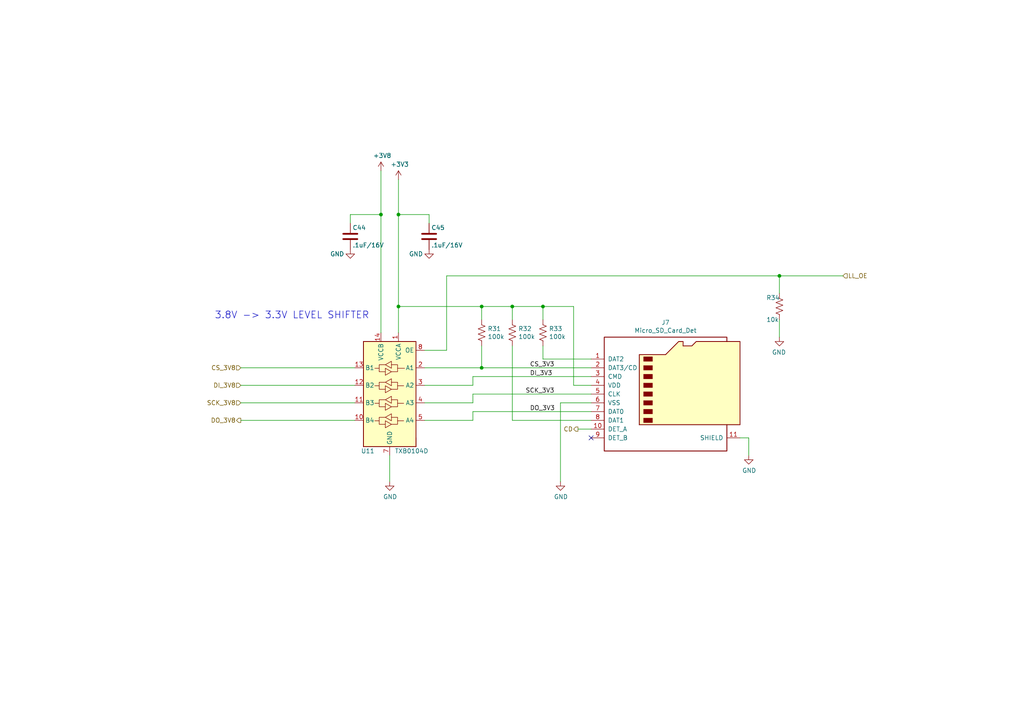
<source format=kicad_sch>
(kicad_sch (version 20231120) (generator "eeschema") (generator_version "8.0")
  (paper "A4")
  (title_block (title "RCP SD CARD INTERFACE"))
  (lib_symbols
    (symbol "Connector:Micro_SD_Card_Det" (pin_names (offset 1.016))
      (property "Reference" "J" (at -16.51 17.78 0))
      (property "Value" "Micro_SD_Card_Det" (at 16.51 17.78 0))
      (symbol "Micro_SD_Card_Det_0_1"
        (rectangle (start -7.62 -6.985) (end -5.08 -8.255) (fill (type outline)))
        (rectangle (start -7.62 -4.445) (end -5.08 -5.715) (fill (type outline)))
        (rectangle (start -7.62 -1.905) (end -5.08 -3.175) (fill (type outline)))
        (rectangle (start -7.62 0.635) (end -5.08 -0.635) (fill (type outline)))
        (rectangle (start -7.62 3.175) (end -5.08 1.905) (fill (type outline)))
        (rectangle (start -7.62 5.715) (end -5.08 4.445) (fill (type outline)))
        (rectangle (start -7.62 8.255) (end -5.08 6.985) (fill (type outline)))
        (rectangle (start -7.62 10.795) (end -5.08 9.525) (fill (type outline)))
        (polyline (pts (xy 16.51 15.24) (xy 16.51 16.51) (xy -19.05 16.51) (xy -19.05 -16.51) (xy 16.51 -16.51) (xy 16.51 -8.89)) (stroke (width 0.254)))
        (polyline (pts (xy -8.89 -8.89) (xy -8.89 11.43) (xy -1.27 11.43) (xy 2.54 15.24) (xy 3.81 15.24) (xy 3.81 13.97) (xy 6.35 13.97) (xy 7.62 15.24) (xy 20.32 15.24) (xy 20.32 -8.89) (xy -8.89 -8.89)) (stroke (width 0.254)) (fill (type background)))
      )
      (symbol "Micro_SD_Card_Det_1_1"
        (pin bidirectional line (at -22.86 10.16 0) (length 3.81) (name "DAT2") (number "1"))
        (pin passive line (at -22.86 -10.16 0) (length 3.81) (name "DET_A") (number "10"))
        (pin passive line (at 20.32 -12.7 180) (length 3.81) (name "SHIELD") (number "11"))
        (pin bidirectional line (at -22.86 7.62 0) (length 3.81) (name "DAT3/CD") (number "2"))
        (pin input line (at -22.86 5.08 0) (length 3.81) (name "CMD") (number "3"))
        (pin power_in line (at -22.86 2.54 0) (length 3.81) (name "VDD") (number "4"))
        (pin input line (at -22.86 0 0) (length 3.81) (name "CLK") (number "5"))
        (pin power_in line (at -22.86 -2.54 0) (length 3.81) (name "VSS") (number "6"))
        (pin bidirectional line (at -22.86 -5.08 0) (length 3.81) (name "DAT0") (number "7"))
        (pin bidirectional line (at -22.86 -7.62 0) (length 3.81) (name "DAT1") (number "8"))
        (pin passive line (at -22.86 -12.7 0) (length 3.81) (name "DET_B") (number "9"))
      )
    )
    (symbol "Device:C" (pin_numbers hide) (pin_names (offset 0.254))
      (property "Reference" "C" (at 0.635 2.54 0))
      (property "Value" "C" (at 0.635 -2.54 0))
      (symbol "C_0_1"
        (polyline (pts (xy -2.032 -0.762) (xy 2.032 -0.762)) (stroke (width 0.508)))
        (polyline (pts (xy -2.032 0.762) (xy 2.032 0.762)) (stroke (width 0.508)))
      )
      (symbol "C_1_1"
        (pin passive line (at 0 3.81 270) (length 2.794) (name "~") (number "1"))
        (pin passive line (at 0 -3.81 90) (length 2.794) (name "~") (number "2"))
      )
    )
    (symbol "Device:R_US" (pin_numbers hide) (pin_names (offset 0))
      (property "Reference" "R" (at 2.54 0 90))
      (property "Value" "R_US" (at -2.54 0 90))
      (symbol "R_US_0_1"
        (polyline (pts (xy 0 -2.286) (xy 0 -2.54)))
        (polyline (pts (xy 0 2.286) (xy 0 2.54)))
        (polyline (pts (xy 0 -0.762) (xy 1.016 -1.143) (xy 0 -1.524) (xy -1.016 -1.905) (xy 0 -2.286)))
        (polyline (pts (xy 0 0.762) (xy 1.016 0.381) (xy 0 0) (xy -1.016 -0.381) (xy 0 -0.762)))
        (polyline (pts (xy 0 2.286) (xy 1.016 1.905) (xy 0 1.524) (xy -1.016 1.143) (xy 0 0.762)))
      )
      (symbol "R_US_1_1"
        (pin passive line (at 0 3.81 270) (length 1.27) (name "~") (number "1"))
        (pin passive line (at 0 -3.81 90) (length 1.27) (name "~") (number "2"))
      )
    )
    (symbol "Logic_LevelTranslator:TXB0104D"
      (property "Reference" "U" (at -6.35 16.51 0))
      (property "Value" "TXB0104D" (at 3.81 16.51 0))
      (symbol "TXB0104D_0_1"
        (rectangle (start -7.62 -15.24) (end -7.62 -12.7) (stroke (width 0.254)))
        (rectangle (start -7.62 15.24) (end 7.62 -15.24) (stroke (width 0.254)) (fill (type background)))
        (polyline (pts (xy -2.286 -7.747) (xy -2.286 -6.731) (xy -0.508 -6.731)))
        (polyline (pts (xy -2.286 -2.667) (xy -2.286 -1.651) (xy -0.508 -1.651)))
        (polyline (pts (xy -2.286 2.413) (xy -2.286 3.429) (xy -0.508 3.429)))
        (polyline (pts (xy -2.286 7.493) (xy -2.286 8.509) (xy -0.508 8.509)))
        (polyline (pts (xy 3.048 -7.747) (xy 3.048 -8.763) (xy 1.27 -8.763)))
        (polyline (pts (xy 3.048 -2.667) (xy 3.048 -3.683) (xy 1.27 -3.683)))
        (polyline (pts (xy 3.048 2.413) (xy 3.048 1.397) (xy 1.27 1.397)))
        (polyline (pts (xy 3.048 7.493) (xy 3.048 6.477) (xy 1.27 6.477)))
        (polyline (pts (xy -0.508 -8.763) (xy -2.286 -8.763) (xy -2.286 -7.747) (xy -4.064 -7.747)))
        (polyline (pts (xy -0.508 -8.763) (xy 1.27 -7.747) (xy 1.27 -9.779) (xy -0.508 -8.763)))
        (polyline (pts (xy -0.508 -3.683) (xy -2.286 -3.683) (xy -2.286 -2.667) (xy -4.064 -2.667)))
        (polyline (pts (xy -0.508 -3.683) (xy 1.27 -2.667) (xy 1.27 -4.699) (xy -0.508 -3.683)))
        (polyline (pts (xy -0.508 1.397) (xy -2.286 1.397) (xy -2.286 2.413) (xy -4.064 2.413)))
        (polyline (pts (xy -0.508 1.397) (xy 1.27 2.413) (xy 1.27 0.381) (xy -0.508 1.397)))
        (polyline (pts (xy -0.508 6.477) (xy -2.286 6.477) (xy -2.286 7.493) (xy -4.318 7.493)))
        (polyline (pts (xy -0.508 6.477) (xy 1.27 7.493) (xy 1.27 5.461) (xy -0.508 6.477)))
        (polyline (pts (xy 1.27 -6.731) (xy -0.508 -7.747) (xy -0.508 -5.715) (xy 1.27 -6.731)))
        (polyline (pts (xy 1.27 -6.731) (xy 3.048 -6.731) (xy 3.048 -7.747) (xy 4.318 -7.747)))
        (polyline (pts (xy 1.27 -1.651) (xy -0.508 -2.667) (xy -0.508 -0.635) (xy 1.27 -1.651)))
        (polyline (pts (xy 1.27 -1.651) (xy 3.048 -1.651) (xy 3.048 -2.667) (xy 4.318 -2.667)))
        (polyline (pts (xy 1.27 3.429) (xy -0.508 2.413) (xy -0.508 4.445) (xy 1.27 3.429)))
        (polyline (pts (xy 1.27 3.429) (xy 3.048 3.429) (xy 3.048 2.413) (xy 4.318 2.413)))
        (polyline (pts (xy 1.27 8.509) (xy -0.508 7.493) (xy -0.508 9.525) (xy 1.27 8.509)))
        (polyline (pts (xy 1.27 8.509) (xy 3.048 8.509) (xy 3.048 7.493) (xy 4.318 7.493)))
      )
      (symbol "TXB0104D_1_1"
        (pin power_in line (at -2.54 17.78 270) (length 2.54) (name "VCCA") (number "1"))
        (pin bidirectional line (at 10.16 -7.62 180) (length 2.54) (name "B4") (number "10"))
        (pin bidirectional line (at 10.16 -2.54 180) (length 2.54) (name "B3") (number "11"))
        (pin bidirectional line (at 10.16 2.54 180) (length 2.54) (name "B2") (number "12"))
        (pin bidirectional line (at 10.16 7.62 180) (length 2.54) (name "B1") (number "13"))
        (pin power_in line (at 2.54 17.78 270) (length 2.54) (name "VCCB") (number "14"))
        (pin bidirectional line (at -10.16 7.62 0) (length 2.54) (name "A1") (number "2"))
        (pin bidirectional line (at -10.16 2.54 0) (length 2.54) (name "A2") (number "3"))
        (pin bidirectional line (at -10.16 -2.54 0) (length 2.54) (name "A3") (number "4"))
        (pin bidirectional line (at -10.16 -7.62 0) (length 2.54) (name "A4") (number "5"))
        (pin no_connect line (at -10.16 -12.7 0) (length 2.54) hide (name "NC") (number "6"))
        (pin power_in line (at 0 -17.78 90) (length 2.54) (name "GND") (number "7"))
        (pin input line (at -10.16 12.7 0) (length 2.54) (name "OE") (number "8"))
        (pin no_connect line (at 10.16 -12.7 180) (length 2.54) hide (name "NC") (number "9"))
      )
    )
    (symbol "power:+3V3" (power) (pin_names (offset 0))
      (property "Value" "+3V3" (at 0 3.556 0))
      (symbol "+3V3_0_1"
        (polyline (pts (xy -0.762 1.27) (xy 0 2.54)))
        (polyline (pts (xy 0 0) (xy 0 2.54)))
        (polyline (pts (xy 0 2.54) (xy 0.762 1.27)))
      )
      (symbol "+3V3_1_1"
        (pin power_in line (at 0 0 90) (length 0) hide (name "+3V3") (number "1"))
      )
    )
    (symbol "power:+3V8" (power) (pin_names (offset 0))
      (property "Value" "+3V8" (at 0 3.556 0))
      (symbol "+3V8_0_1"
        (polyline (pts (xy -0.762 1.27) (xy 0 2.54)))
        (polyline (pts (xy 0 0) (xy 0 2.54)))
        (polyline (pts (xy 0 2.54) (xy 0.762 1.27)))
      )
      (symbol "+3V8_1_1"
        (pin power_in line (at 0 0 90) (length 0) hide (name "+3V8") (number "1"))
      )
    )
    (symbol "power:GND" (power) (pin_names (offset 0))
      (property "Value" "GND" (at 0 -3.81 0))
      (symbol "GND_0_1"
        (polyline (pts (xy 0 0) (xy 0 -1.27) (xy 1.27 -1.27) (xy 0 -2.54) (xy -1.27 -1.27) (xy 0 -1.27)))
      )
      (symbol "GND_1_1"
        (pin power_in line (at 0 0 270) (length 0) hide (name "GND") (number "1"))
      )
    )
  )
  (junction (at 157.48 88.9))
  (junction (at 115.57 88.9))
  (junction (at 226.06 80.01))
  (junction (at 139.7 88.9))
  (junction (at 148.59 88.9))
  (junction (at 139.7 106.68))
  (junction (at 110.49 62.23))
  (junction (at 115.57 62.23))
  (no_connect (at 171.45 127))
  (wire (pts (xy 217.17 132.08) (xy 217.17 127)))
  (wire (pts (xy 139.7 106.68) (xy 123.19 106.68)))
  (wire (pts (xy 171.45 106.68) (xy 139.7 106.68)))
  (wire (pts (xy 166.37 88.9) (xy 157.48 88.9)))
  (wire (pts (xy 115.57 96.52) (xy 115.57 88.9)))
  (wire (pts (xy 137.16 121.92) (xy 123.19 121.92)))
  (wire (pts (xy 139.7 100.33) (xy 139.7 106.68)))
  (wire (pts (xy 115.57 88.9) (xy 139.7 88.9)))
  (wire (pts (xy 226.06 80.01) (xy 244.475 80.01)))
  (wire (pts (xy 171.45 109.22) (xy 137.16 109.22)))
  (wire (pts (xy 124.46 62.23) (xy 124.46 64.77)))
  (wire (pts (xy 69.85 106.68) (xy 102.87 106.68)))
  (wire (pts (xy 115.57 52.07) (xy 115.57 62.23)))
  (wire (pts (xy 157.48 104.14) (xy 157.48 100.33)))
  (wire (pts (xy 137.16 109.22) (xy 137.16 111.76)))
  (wire (pts (xy 226.06 85.09) (xy 226.06 80.01)))
  (wire (pts (xy 137.16 119.38) (xy 171.45 119.38)))
  (wire (pts (xy 101.6 62.23) (xy 110.49 62.23)))
  (wire (pts (xy 166.37 111.76) (xy 166.37 88.9)))
  (wire (pts (xy 226.06 92.71) (xy 226.06 97.79)))
  (wire (pts (xy 148.59 121.92) (xy 171.45 121.92)))
  (wire (pts (xy 110.49 62.23) (xy 110.49 96.52)))
  (wire (pts (xy 148.59 88.9) (xy 157.48 88.9)))
  (wire (pts (xy 139.7 88.9) (xy 148.59 88.9)))
  (wire (pts (xy 129.54 101.6) (xy 129.54 80.01)))
  (wire (pts (xy 171.45 116.84) (xy 162.56 116.84)))
  (wire (pts (xy 217.17 127) (xy 214.63 127)))
  (wire (pts (xy 148.59 92.71) (xy 148.59 88.9)))
  (wire (pts (xy 115.57 62.23) (xy 124.46 62.23)))
  (wire (pts (xy 110.49 49.53) (xy 110.49 62.23)))
  (wire (pts (xy 157.48 88.9) (xy 157.48 92.71)))
  (wire (pts (xy 69.85 116.84) (xy 102.87 116.84)))
  (wire (pts (xy 137.16 116.84) (xy 137.16 114.3)))
  (wire (pts (xy 69.85 111.76) (xy 102.87 111.76)))
  (wire (pts (xy 137.16 114.3) (xy 171.45 114.3)))
  (wire (pts (xy 137.16 116.84) (xy 123.19 116.84)))
  (wire (pts (xy 162.56 116.84) (xy 162.56 139.7)))
  (wire (pts (xy 139.7 92.71) (xy 139.7 88.9)))
  (wire (pts (xy 137.16 121.92) (xy 137.16 119.38)))
  (wire (pts (xy 166.37 111.76) (xy 171.45 111.76)))
  (wire (pts (xy 148.59 100.33) (xy 148.59 121.92)))
  (wire (pts (xy 101.6 64.77) (xy 101.6 62.23)))
  (wire (pts (xy 171.45 124.46) (xy 167.64 124.46)))
  (wire (pts (xy 115.57 62.23) (xy 115.57 88.9)))
  (wire (pts (xy 137.16 111.76) (xy 123.19 111.76)))
  (wire (pts (xy 69.85 121.92) (xy 102.87 121.92)))
  (wire (pts (xy 113.03 132.08) (xy 113.03 139.7)))
  (wire (pts (xy 123.19 101.6) (xy 129.54 101.6)))
  (wire (pts (xy 129.54 80.01) (xy 226.06 80.01)))
  (wire (pts (xy 171.45 104.14) (xy 157.48 104.14)))
  (text "3.8V -> 3.3V LEVEL SHIFTER" (at 62.23 92.71 0) (effects (font (size 2.0066 2.0066)) (justify left bottom)))
  (label "SCK_3V3" (at 152.4 114.3 0))
  (label "DO_3V3" (at 153.67 119.38 0))
  (label "CS_3V3" (at 153.67 106.68 0))
  (label "DI_3V3" (at 153.67 109.22 0))
  (hierarchical_label "CD" (shape output) (at 167.64 124.46 180))
  (hierarchical_label "CS_3V8" (shape input) (at 69.85 106.68 180))
  (hierarchical_label "DO_3V8" (shape output) (at 69.85 121.92 180))
  (hierarchical_label "LL_OE" (shape input) (at 244.475 80.01 0))
  (hierarchical_label "SCK_3V8" (shape input) (at 69.85 116.84 180))
  (hierarchical_label "DI_3V8" (shape input) (at 69.85 111.76 180))
  (symbol (lib_id "power:+3V3") (at 115.57 52.07 0) (unit 1)
    (property "Reference" "#PWR0188" (effects (hide yes)))
    (property "Value" "+3V3" (at 115.951 47.6758 0))
  )
  (symbol (lib_id "Device:R_US") (at 139.7 96.52 0) (unit 1)
    (property "Reference" "R31" (at 141.4272 95.3516 0) (effects (justify left)))
    (property "Value" "100k" (at 141.4272 97.663 0) (effects (justify left)))
    (property "Footprint" "Resistor_SMD:R_0603_1608Metric" (effects (hide yes)))
    (property "Mfg. Name" "TE" (effects (hide yes)))
    (property "Mfg. Part No." "CRG0603F100K" (effects (hide yes)))
  )
  (symbol (lib_id "power:GND") (at 162.56 139.7 0) (unit 1)
    (property "Reference" "#PWR0189" (effects (hide yes)))
    (property "Value" "GND" (at 162.687 144.0942 0))
  )
  (symbol (lib_id "power:+3V8") (at 110.49 49.53 0) (unit 1)
    (property "Reference" "#PWR0190" (effects (hide yes)))
    (property "Value" "+3V8" (at 110.871 45.1358 0))
  )
  (symbol (lib_id "Device:R_US") (at 157.48 96.52 0) (unit 1)
    (property "Reference" "R33" (at 159.2072 95.3516 0) (effects (justify left)))
    (property "Value" "100k" (at 159.2072 97.663 0) (effects (justify left)))
    (property "Footprint" "Resistor_SMD:R_0603_1608Metric" (effects (hide yes)))
    (property "Mfg. Name" "TE" (effects (hide yes)))
    (property "Mfg. Part No." "CRG0603F100K" (effects (hide yes)))
  )
  (symbol (lib_id "Device:R_US") (at 148.59 96.52 0) (unit 1)
    (property "Reference" "R32" (at 150.3172 95.3516 0) (effects (justify left)))
    (property "Value" "100k" (at 150.3172 97.663 0) (effects (justify left)))
    (property "Footprint" "Resistor_SMD:R_0603_1608Metric" (effects (hide yes)))
    (property "Mfg. Name" "TE" (effects (hide yes)))
    (property "Mfg. Part No." "CRG0603F100K" (effects (hide yes)))
  )
  (symbol (lib_id "Device:C") (at 101.6 68.58 0) (unit 1)
    (property "Reference" "C44" (at 102.235 66.04 0) (effects (justify left)))
    (property "Value" ".1uF/16V" (at 102.235 71.12 0) (effects (justify left)))
    (property "Footprint" "Capacitor_SMD:C_0603_1608Metric" (effects (hide yes)))
    (property "Label" "50V" (effects (hide yes)))
    (property "Mfg. Name" "Kemet" (effects (hide yes)))
    (property "Mfg. Part No." "C0402C104K4RACTU" (effects (hide yes)))
  )
  (symbol (lib_id "power:GND") (at 101.6 72.39 0) (unit 1)
    (property "Reference" "#PWR0191" (effects (hide yes)))
    (property "Value" "GND" (at 97.79 73.66 0))
  )
  (symbol (lib_id "Device:C") (at 124.46 68.58 0) (unit 1)
    (property "Reference" "C45" (at 125.095 66.04 0) (effects (justify left)))
    (property "Value" ".1uF/16V" (at 125.095 71.12 0) (effects (justify left)))
    (property "Footprint" "Capacitor_SMD:C_0603_1608Metric" (effects (hide yes)))
    (property "Label" "50V" (effects (hide yes)))
    (property "Mfg. Name" "Kemet" (effects (hide yes)))
    (property "Mfg. Part No." "C0402C104K4RACTU" (effects (hide yes)))
  )
  (symbol (lib_id "power:GND") (at 124.46 72.39 0) (unit 1)
    (property "Reference" "#PWR0192" (effects (hide yes)))
    (property "Value" "GND" (at 120.65 73.66 0))
  )
  (symbol (lib_id "power:GND") (at 217.17 132.08 0) (unit 1)
    (property "Reference" "#PWR0193" (effects (hide yes)))
    (property "Value" "GND" (at 217.297 136.4742 0))
  )
  (symbol (lib_id "power:GND") (at 113.03 139.7 0) (unit 1)
    (property "Reference" "#PWR0194" (effects (hide yes)))
    (property "Value" "GND" (at 113.157 144.0942 0))
  )
  (symbol (lib_id "Logic_LevelTranslator:TXB0104D") (at 113.03 114.3 0) (mirror y) (unit 1)
    (property "Reference" "U11" (at 106.68 130.81 0))
    (property "Value" "TXB0104D" (at 119.38 130.81 0))
    (property "Footprint" "MyFootprints:SOIC-14_3.9x8.7mm_P1.27mm" (effects (hide yes)))
    (property "Datasheet" "http://www.ti.com/lit/ds/symlink/txb0104.pdf" (effects (hide yes)))
    (property "Mfg. Name" "TI" (effects (hide yes)))
    (property "Mfg. Part No." "TXB0104D" (effects (hide yes)))
  )
  (symbol (lib_id "Connector:Micro_SD_Card_Det") (at 194.31 114.3 0) (unit 1)
    (property "Reference" "J7" (at 193.04 93.5482 0))
    (property "Value" "Micro_SD_Card_Det" (at 193.04 95.8596 0))
    (property "Footprint" "digikey-footprints:MicroSDSocket_GCT_MEM2061-01-188-00-A" (effects (hide yes)))
    (property "Datasheet" "https://gct.co/files/drawings/mem2061.pdf" (effects (hide yes)))
    (property "Mfg. Name" "GCT" (effects (hide yes)))
    (property "Mfg. Part No." "MEM2061-01-188-00-A" (effects (hide yes)))
  )
  (symbol (lib_id "Device:R_US") (at 226.06 88.9 0) (unit 1)
    (property "Reference" "R34" (at 222.25 86.36 0) (effects (justify left)))
    (property "Value" "10k" (at 222.25 92.71 0) (effects (justify left)))
    (property "Footprint" "Resistor_SMD:R_0603_1608Metric" (effects (hide yes)))
    (property "Mfg. Name" "TE" (effects (hide yes)))
    (property "Mfg. Part No." "CRG0603J10K" (effects (hide yes)))
  )
  (symbol (lib_id "power:GND") (at 226.06 97.79 0) (mirror y) (unit 1)
    (property "Reference" "#PWR0195" (effects (hide yes)))
    (property "Value" "GND" (at 225.933 102.1842 0))
  )
)
</source>
